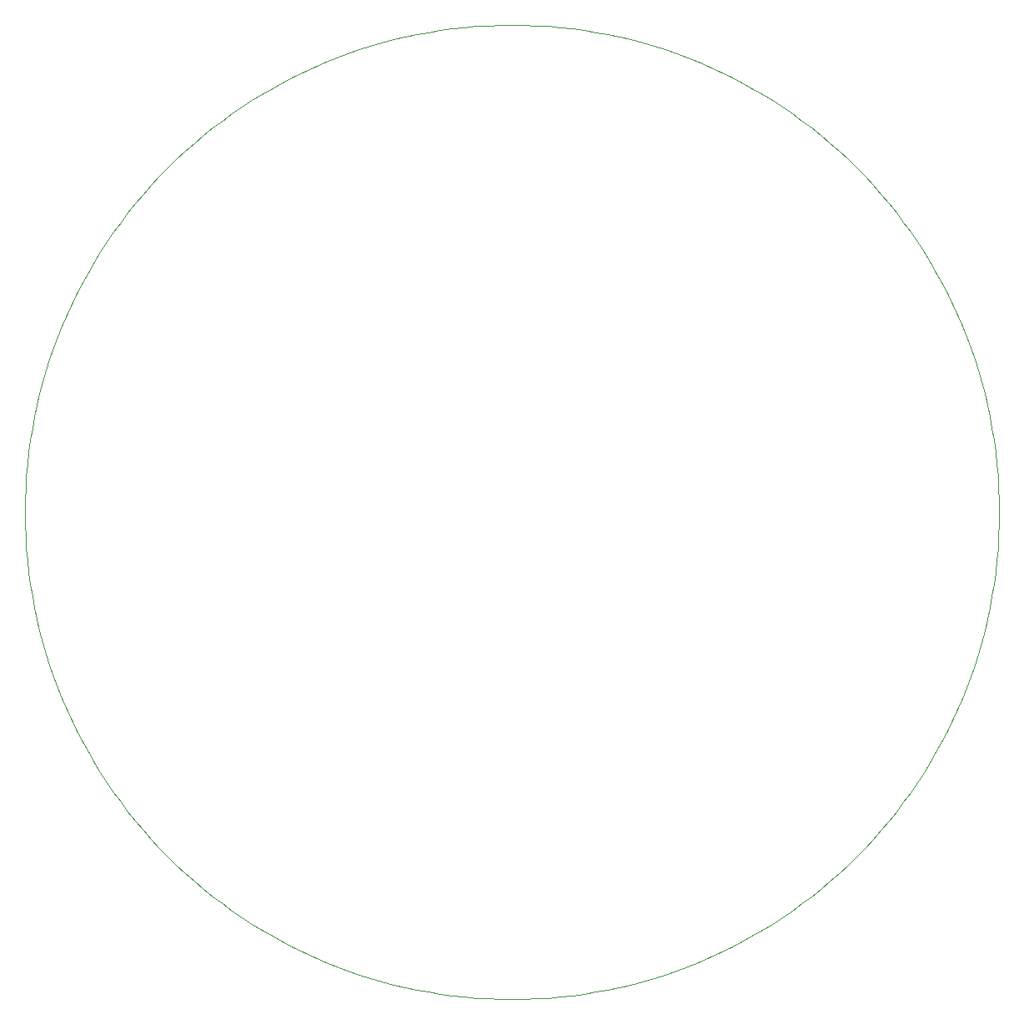
<source format=gbr>
%TF.GenerationSoftware,KiCad,Pcbnew,(6.0.7)*%
%TF.CreationDate,2022-10-04T19:13:39-05:00*%
%TF.ProjectId,BsidesCHS-2022-Badge,42736964-6573-4434-9853-2d323032322d,0*%
%TF.SameCoordinates,Original*%
%TF.FileFunction,Profile,NP*%
%FSLAX46Y46*%
G04 Gerber Fmt 4.6, Leading zero omitted, Abs format (unit mm)*
G04 Created by KiCad (PCBNEW (6.0.7)) date 2022-10-04 19:13:39*
%MOMM*%
%LPD*%
G01*
G04 APERTURE LIST*
%TA.AperFunction,Profile*%
%ADD10C,0.100000*%
%TD*%
G04 APERTURE END LIST*
D10*
X134055016Y-147226101D02*
X132923216Y-146805101D01*
X102737966Y-88559001D02*
X103047226Y-87389301D01*
X132923216Y-54444261D02*
X134055016Y-54023271D01*
X104564656Y-82802901D02*
X105013056Y-81681901D01*
X116623216Y-136484801D02*
X115743316Y-135626501D01*
X178207716Y-59441281D02*
X179209116Y-60126881D01*
X120326416Y-61573801D02*
X121295616Y-60837801D01*
X196001516Y-80572101D02*
X196477116Y-81681901D01*
X158054716Y-51667171D02*
X159254316Y-51861351D01*
X142235916Y-51861351D02*
X143435416Y-51667171D01*
X124299116Y-58781191D02*
X125330616Y-58146831D01*
X160447116Y-52084611D02*
X161632816Y-52336761D01*
X182116116Y-138914701D02*
X181163816Y-139675601D01*
X199702616Y-107934401D02*
X199508416Y-109133901D01*
X193223016Y-126039201D02*
X192588616Y-127070701D01*
X150745116Y-150124701D02*
X149516016Y-150109501D01*
X155637516Y-149882501D02*
X154420916Y-149988101D01*
X168566916Y-146805101D02*
X167435216Y-147226101D01*
X115743316Y-65622901D02*
X116623216Y-64764601D01*
X186605216Y-134746601D02*
X185746916Y-135626501D01*
X114885016Y-66502801D02*
X115743316Y-65622901D01*
X160447116Y-149164801D02*
X159254316Y-149388001D01*
X119374116Y-62334701D02*
X120326416Y-61573801D01*
X200229816Y-99395601D02*
X200245116Y-100624701D01*
X117522016Y-63930301D02*
X118439116Y-63120301D01*
X196477116Y-119567501D02*
X196001516Y-120677301D01*
X174054216Y-56956121D02*
X175113816Y-57538401D01*
X179209116Y-141122501D02*
X178207716Y-141808101D01*
X189796016Y-131043401D02*
X189035116Y-131995701D01*
X101981746Y-92115501D02*
X102205016Y-90922601D01*
X196925516Y-82802901D02*
X197346516Y-83934601D01*
X177191016Y-58781191D02*
X178207716Y-59441281D01*
X180194616Y-140411601D02*
X179209116Y-141122501D01*
X137509716Y-148322601D02*
X136348716Y-147985101D01*
X199285216Y-90922601D02*
X199508416Y-92115501D01*
X125330616Y-58146831D02*
X126376416Y-57538401D01*
X122281116Y-60126881D02*
X123282516Y-59441281D01*
X190532016Y-130074201D02*
X189796016Y-131043401D01*
X168566916Y-54444261D02*
X169687916Y-54892661D01*
X163980416Y-148322601D02*
X162810716Y-148631801D01*
X135197016Y-53629891D02*
X136348716Y-53264341D01*
X198442916Y-87389301D02*
X198752216Y-88559001D01*
X144641216Y-51502291D02*
X145852616Y-51366921D01*
X101260341Y-99395601D02*
X101305932Y-98170101D01*
X107658796Y-76256001D02*
X108267226Y-75210201D01*
X101622686Y-94520801D02*
X101787566Y-93315001D01*
X110958216Y-130074201D02*
X110247286Y-129088701D01*
X109561676Y-73162101D02*
X110247286Y-72160701D01*
X130692516Y-145881101D02*
X129594616Y-145378601D01*
X141043016Y-149164801D02*
X139857416Y-148912601D01*
X112455116Y-131995701D02*
X111694216Y-131043401D01*
X198105416Y-115021001D02*
X197739916Y-116172801D01*
X200002916Y-95732201D02*
X200108516Y-96948801D01*
X194969616Y-78388501D02*
X195498916Y-79474201D01*
X198105416Y-86228401D02*
X198442916Y-87389301D01*
X118439116Y-138129101D02*
X117522016Y-137319101D01*
X125330616Y-143102601D02*
X124299116Y-142468201D01*
X101260341Y-101853801D02*
X101245097Y-100624701D01*
X153199616Y-150063901D02*
X151974216Y-150109501D01*
X123282516Y-59441281D02*
X124299116Y-58781191D01*
X188249516Y-132930701D02*
X187439516Y-133847801D01*
X191242916Y-129088701D02*
X190532016Y-130074201D01*
X149516016Y-150109501D02*
X148290516Y-150063901D01*
X131802316Y-54892661D02*
X132923216Y-54444261D01*
X105488656Y-80572101D02*
X105991236Y-79474201D01*
X200245116Y-100624701D02*
X200245116Y-100624701D01*
X123282516Y-141808101D02*
X122281116Y-141122501D01*
X107076516Y-123933801D02*
X106520596Y-122860901D01*
X130692516Y-55368261D02*
X131802316Y-54892661D01*
X147069216Y-51261262D02*
X148290516Y-51185533D01*
X176159516Y-143102601D02*
X175113816Y-143711001D01*
X104143666Y-117314801D02*
X103750296Y-116172801D01*
X193223016Y-75210201D02*
X193831416Y-76256001D01*
X169687916Y-146356701D02*
X168566916Y-146805101D01*
X197739916Y-116172801D02*
X197346516Y-117314801D01*
X127436016Y-56956121D02*
X128508916Y-56400201D01*
X143435416Y-149582201D02*
X142235916Y-149388001D01*
X136348716Y-53264341D02*
X137509716Y-52926831D01*
X193831416Y-76256001D02*
X194413716Y-77315601D01*
X195498916Y-121775201D02*
X194969616Y-122860901D01*
X199033016Y-89737001D02*
X199285216Y-90922601D01*
X145852616Y-51366921D02*
X147069216Y-51261262D01*
X127436016Y-144293301D02*
X126376416Y-143711001D01*
X161632816Y-148912601D02*
X160447116Y-149164801D01*
X189035116Y-69253701D02*
X189796016Y-70206001D01*
X162810716Y-52617571D02*
X163980416Y-52926831D01*
X103750296Y-85076601D02*
X104143666Y-83934601D01*
X159254316Y-51861351D02*
X160447116Y-52084611D01*
X199867516Y-94520801D02*
X200002916Y-95732201D01*
X128508916Y-144849201D02*
X127436016Y-144293301D01*
X103384746Y-115021001D02*
X103047226Y-113860101D01*
X138679416Y-52617571D02*
X139857416Y-52336761D01*
X105488656Y-120677301D02*
X105013056Y-119567501D01*
X126376416Y-143711001D02*
X125330616Y-143102601D01*
X190532016Y-71175201D02*
X191242916Y-72160701D01*
X195498916Y-79474201D02*
X196001516Y-80572101D01*
X102205016Y-90922601D02*
X102457156Y-89737001D01*
X101981746Y-109133901D02*
X101787566Y-107934401D01*
X172981316Y-56400201D02*
X174054216Y-56956121D01*
X113240616Y-68318701D02*
X114050716Y-67401601D01*
X198752216Y-88559001D02*
X199033016Y-89737001D01*
X108267226Y-126039201D02*
X107658796Y-124993401D01*
X167435216Y-147226101D02*
X166293216Y-147619501D01*
X136348716Y-147985101D02*
X135197016Y-147619501D01*
X116623216Y-64764601D02*
X117522016Y-63930301D01*
X200184216Y-98170101D02*
X200229816Y-99395601D01*
X105013056Y-81681901D02*
X105488656Y-80572101D01*
X179209116Y-60126881D02*
X180194616Y-60837801D01*
X114885016Y-134746601D02*
X114050716Y-133847801D01*
X151974216Y-51139942D02*
X153199616Y-51185533D01*
X200245116Y-100624701D02*
X200229816Y-101853801D01*
X110958216Y-71175201D02*
X111694216Y-70206001D01*
X200108516Y-96948801D02*
X200184216Y-98170101D01*
X103047226Y-113860101D02*
X102737966Y-112690301D01*
X101487316Y-95732201D02*
X101622686Y-94520801D01*
X102457156Y-111512401D02*
X102205016Y-110326801D01*
X141043016Y-52084611D02*
X142235916Y-51861351D01*
X183968216Y-137319101D02*
X183051116Y-138129101D01*
X102205016Y-110326801D02*
X101981746Y-109133901D01*
X154420916Y-51261262D02*
X155637516Y-51366921D01*
X178207716Y-141808101D02*
X177191016Y-142468201D01*
X109561676Y-128087301D02*
X108901586Y-127070701D01*
X191928516Y-128087301D02*
X191242916Y-129088701D01*
X187439516Y-67401601D02*
X188249516Y-68318701D01*
X101245097Y-100624701D02*
X101260341Y-99395601D01*
X183051116Y-63120301D02*
X183968216Y-63930301D01*
X171895616Y-145378601D02*
X170797616Y-145881101D01*
X129594616Y-145378601D02*
X128508916Y-144849201D01*
X183051116Y-138129101D02*
X182116116Y-138914701D01*
X112455116Y-69253701D02*
X113240616Y-68318701D01*
X129594616Y-55870841D02*
X130692516Y-55368261D01*
X148290516Y-150063901D02*
X147069216Y-149988101D01*
X106520596Y-122860901D02*
X105991236Y-121775201D01*
X121295616Y-60837801D02*
X122281116Y-60126881D01*
X200184216Y-103079301D02*
X200108516Y-104300501D01*
X139857416Y-148912601D02*
X138679416Y-148631801D01*
X122281116Y-141122501D02*
X121295616Y-140411601D01*
X196001516Y-120677301D02*
X195498916Y-121775201D01*
X158054716Y-149582201D02*
X156849016Y-149747101D01*
X163980416Y-52926831D02*
X165141416Y-53264341D01*
X139857416Y-52336761D02*
X141043016Y-52084611D01*
X191242916Y-72160701D02*
X191928516Y-73162101D01*
X165141416Y-53264341D02*
X166293216Y-53629891D01*
X182116116Y-62334701D02*
X183051116Y-63120301D01*
X102737966Y-112690301D02*
X102457156Y-111512401D01*
X135197016Y-147619501D02*
X134055016Y-147226101D01*
X196477116Y-81681901D02*
X196925516Y-82802901D01*
X193831416Y-124993401D02*
X193223016Y-126039201D01*
X101305932Y-103079301D02*
X101260341Y-101853801D01*
X175113816Y-143711001D02*
X174054216Y-144293301D01*
X128508916Y-56400201D02*
X129594616Y-55870841D01*
X199033016Y-111512401D02*
X198752216Y-112690301D01*
X172981316Y-144849201D02*
X171895616Y-145378601D01*
X194969616Y-122860901D02*
X194413716Y-123933801D01*
X114050716Y-133847801D02*
X113240616Y-132930701D01*
X101305932Y-98170101D02*
X101381661Y-96948801D01*
X198442916Y-113860101D02*
X198105416Y-115021001D01*
X156849016Y-51502291D02*
X158054716Y-51667171D01*
X103750296Y-116172801D02*
X103384746Y-115021001D01*
X110247286Y-129088701D02*
X109561676Y-128087301D01*
X167435216Y-54023271D02*
X168566916Y-54444261D01*
X169687916Y-54892661D02*
X170797616Y-55368261D01*
X105013056Y-119567501D02*
X104564656Y-118446501D01*
X200002916Y-105517201D02*
X199867516Y-106728601D01*
X170797616Y-55368261D02*
X171895616Y-55870841D01*
X189796016Y-70206001D02*
X190532016Y-71175201D01*
X184867016Y-64764601D02*
X185746916Y-65622901D01*
X186605216Y-66502801D02*
X187439516Y-67401601D01*
X189035116Y-131995701D02*
X188249516Y-132930701D01*
X120326416Y-139675601D02*
X119374116Y-138914701D01*
X174054216Y-144293301D02*
X172981316Y-144849201D01*
X103047226Y-87389301D02*
X103384746Y-86228401D01*
X115743316Y-135626501D02*
X114885016Y-134746601D01*
X197346516Y-117314801D02*
X196925516Y-118446501D01*
X101622686Y-106728601D02*
X101487316Y-105517201D01*
X105991236Y-121775201D02*
X105488656Y-120677301D01*
X108901586Y-74178701D02*
X109561676Y-73162101D01*
X165141416Y-147985101D02*
X163980416Y-148322601D01*
X102457156Y-89737001D02*
X102737966Y-88559001D01*
X184867016Y-136484801D02*
X183968216Y-137319101D01*
X101487316Y-105517201D02*
X101381661Y-104300501D01*
X117522016Y-137319101D02*
X116623216Y-136484801D01*
X188249516Y-68318701D02*
X189035116Y-69253701D01*
X199508416Y-92115501D02*
X199702616Y-93315001D01*
X104143666Y-83934601D02*
X104564656Y-82802901D01*
X199867516Y-106728601D02*
X199702616Y-107934401D01*
X156849016Y-149747101D02*
X155637516Y-149882501D01*
X162810716Y-148631801D02*
X161632816Y-148912601D01*
X197346516Y-83934601D02*
X197739916Y-85076601D01*
X171895616Y-55870841D02*
X172981316Y-56400201D01*
X137509716Y-52926831D02*
X138679416Y-52617571D01*
X107658796Y-124993401D02*
X107076516Y-123933801D01*
X111694216Y-70206001D02*
X112455116Y-69253701D01*
X194413716Y-77315601D02*
X194969616Y-78388501D01*
X200229816Y-101853801D02*
X200184216Y-103079301D01*
X198752216Y-112690301D02*
X198442916Y-113860101D01*
X101787566Y-93315001D02*
X101981746Y-92115501D01*
X138679416Y-148631801D02*
X137509716Y-148322601D01*
X180194616Y-60837801D02*
X181163816Y-61573801D01*
X170797616Y-145881101D02*
X169687916Y-146356701D01*
X150745116Y-51124698D02*
X151974216Y-51139942D01*
X199285216Y-110326801D02*
X199033016Y-111512401D01*
X185746916Y-135626501D02*
X184867016Y-136484801D01*
X200245116Y-100624701D02*
X200245116Y-100624701D01*
X153199616Y-51185533D02*
X154420916Y-51261262D01*
X166293216Y-53629891D02*
X167435216Y-54023271D01*
X144641216Y-149747101D02*
X143435416Y-149582201D01*
X181163816Y-139675601D02*
X180194616Y-140411601D01*
X147069216Y-149988101D02*
X145852616Y-149882501D01*
X104564656Y-118446501D02*
X104143666Y-117314801D01*
X177191016Y-142468201D02*
X176159516Y-143102601D01*
X143435416Y-51667171D02*
X144641216Y-51502291D01*
X134055016Y-54023271D02*
X135197016Y-53629891D01*
X101381661Y-96948801D02*
X101487316Y-95732201D01*
X185746916Y-65622901D02*
X186605216Y-66502801D01*
X191928516Y-73162101D02*
X192588616Y-74178701D01*
X101381661Y-104300501D02*
X101305932Y-103079301D01*
X108901586Y-127070701D02*
X108267226Y-126039201D01*
X200108516Y-104300501D02*
X200002916Y-105517201D01*
X126376416Y-57538401D02*
X127436016Y-56956121D01*
X106520596Y-78388501D02*
X107076516Y-77315601D01*
X103384746Y-86228401D02*
X103750296Y-85076601D01*
X166293216Y-147619501D02*
X165141416Y-147985101D01*
X151974216Y-150109501D02*
X150745116Y-150124701D01*
X176159516Y-58146831D02*
X177191016Y-58781191D01*
X192588616Y-74178701D02*
X193223016Y-75210201D01*
X149516016Y-51139942D02*
X150745116Y-51124698D01*
X131802316Y-146356701D02*
X130692516Y-145881101D01*
X142235916Y-149388001D02*
X141043016Y-149164801D01*
X155637516Y-51366921D02*
X156849016Y-51502291D01*
X107076516Y-77315601D02*
X107658796Y-76256001D01*
X161632816Y-52336761D02*
X162810716Y-52617571D01*
X175113816Y-57538401D02*
X176159516Y-58146831D01*
X199508416Y-109133901D02*
X199285216Y-110326801D01*
X197739916Y-85076601D02*
X198105416Y-86228401D01*
X132923216Y-146805101D02*
X131802316Y-146356701D01*
X148290516Y-51185533D02*
X149516016Y-51139942D01*
X111694216Y-131043401D02*
X110958216Y-130074201D01*
X154420916Y-149988101D02*
X153199616Y-150063901D01*
X101787566Y-107934401D02*
X101622686Y-106728601D01*
X199702616Y-93315001D02*
X199867516Y-94520801D01*
X110247286Y-72160701D02*
X110958216Y-71175201D01*
X108267226Y-75210201D02*
X108901586Y-74178701D01*
X145852616Y-149882501D02*
X144641216Y-149747101D01*
X159254316Y-149388001D02*
X158054716Y-149582201D01*
X114050716Y-67401601D02*
X114885016Y-66502801D01*
X124299116Y-142468201D02*
X123282516Y-141808101D01*
X187439516Y-133847801D02*
X186605216Y-134746601D01*
X183968216Y-63930301D02*
X184867016Y-64764601D01*
X105991236Y-79474201D02*
X106520596Y-78388501D01*
X181163816Y-61573801D02*
X182116116Y-62334701D01*
X194413716Y-123933801D02*
X193831416Y-124993401D01*
X192588616Y-127070701D02*
X191928516Y-128087301D01*
X196925516Y-118446501D02*
X196477116Y-119567501D01*
X121295616Y-140411601D02*
X120326416Y-139675601D01*
X119374116Y-138914701D02*
X118439116Y-138129101D01*
X113240616Y-132930701D02*
X112455116Y-131995701D01*
X118439116Y-63120301D02*
X119374116Y-62334701D01*
M02*

</source>
